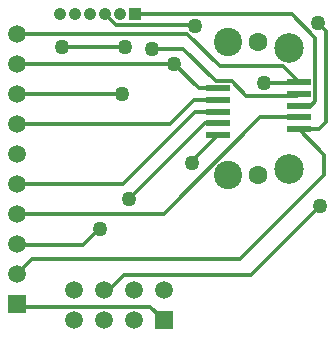
<source format=gtl>
%FSLAX25Y25*%
%MOIN*%
G70*
G01*
G75*
G04 Layer_Physical_Order=1*
G04 Layer_Color=255*
%ADD10R,0.07874X0.01969*%
%ADD11C,0.01200*%
%ADD12C,0.04200*%
%ADD13R,0.04200X0.04200*%
%ADD14R,0.05906X0.05906*%
%ADD15C,0.05906*%
%ADD16R,0.05906X0.05906*%
%ADD17C,0.05000*%
%ADD18C,0.06299*%
%ADD19C,0.09449*%
%ADD20C,0.09843*%
D10*
X303386Y388858D02*
D03*
Y384921D02*
D03*
Y380984D02*
D03*
Y377047D02*
D03*
X303386Y373110D02*
D03*
X276614Y386890D02*
D03*
Y382953D02*
D03*
Y379016D02*
D03*
Y375079D02*
D03*
Y371142D02*
D03*
D11*
X254000Y314000D02*
X258500Y309500D01*
X210500Y314000D02*
X254000D01*
X209500Y315000D02*
X210500Y314000D01*
X287500Y324500D02*
X310500Y347500D01*
X245195Y324500D02*
X287500D01*
X240195Y319500D02*
X245195Y324500D01*
X284000Y330000D02*
X312000Y358000D01*
X214500Y330000D02*
X284000D01*
X209500Y325000D02*
X214500Y330000D01*
X209500Y375000D02*
X260500D01*
X268453Y382953D01*
X245000Y355000D02*
X269016Y379016D01*
X209500Y355000D02*
X245000D01*
X249000Y411500D02*
X301169D01*
X209500Y395000D02*
X262000D01*
X270110Y386890D01*
X301169Y411500D02*
X309000Y403669D01*
Y382500D02*
Y403669D01*
X307484Y380984D02*
X309000Y382500D01*
X303386Y380984D02*
X307484D01*
X244000Y410603D02*
Y411500D01*
X239000D02*
X242500Y408000D01*
X268500D01*
X269000Y407500D01*
X310000Y408500D02*
X312500Y406000D01*
Y375500D02*
Y406000D01*
X310110Y373110D02*
X312500Y375500D01*
X303386Y373110D02*
X310110D01*
X270110Y386890D02*
X276614D01*
X268453Y382953D02*
X276614D01*
X269016Y379016D02*
X276614D01*
X258659Y345000D02*
Y345030D01*
X272079Y375079D02*
X276614D01*
X209500Y335000D02*
X210000Y334500D01*
X246750Y350000D02*
X247000D01*
X272079Y375079D01*
X210000Y334500D02*
X231500D01*
X209500Y345000D02*
X258659D01*
X231500Y334500D02*
X237000Y340000D01*
X209500Y385000D02*
X244500D01*
X224500Y400500D02*
X245500D01*
X265000Y400000D02*
X275926Y389074D01*
X254500Y400000D02*
X265000D01*
X258659Y345030D02*
X290677Y377047D01*
X303386D01*
X275926Y389074D02*
X281048D01*
X285822Y384300D01*
X302765D01*
X303386Y384921D01*
X209500Y405000D02*
X266267D01*
X277113Y394154D01*
X298090D01*
X238500Y319500D02*
X240195D01*
X292000Y388500D02*
X303028D01*
X298090Y394154D02*
X303386Y388858D01*
X268000Y362000D02*
Y362527D01*
X276614Y371142D01*
X312000Y358000D02*
Y364496D01*
X303386Y373110D02*
X312000Y364496D01*
D12*
X224000Y411500D02*
D03*
X229000D02*
D03*
X234000D02*
D03*
X239000D02*
D03*
X244000D02*
D03*
D13*
X249000D02*
D03*
D14*
X209500Y315000D02*
D03*
D15*
Y325000D02*
D03*
Y345000D02*
D03*
Y355000D02*
D03*
Y365000D02*
D03*
Y375000D02*
D03*
Y385000D02*
D03*
Y395000D02*
D03*
Y405000D02*
D03*
Y335000D02*
D03*
X228500Y309500D02*
D03*
X258500Y319500D02*
D03*
X248500D02*
D03*
Y309500D02*
D03*
X238500Y319500D02*
D03*
Y309500D02*
D03*
X228500Y319500D02*
D03*
D16*
X258500Y309500D02*
D03*
D17*
X269000Y407500D02*
D03*
X310000Y408500D02*
D03*
X246750Y350000D02*
D03*
X237125Y340000D02*
D03*
X244500Y385000D02*
D03*
X224500Y400500D02*
D03*
X245500D02*
D03*
X262000Y395000D02*
D03*
X254500Y400000D02*
D03*
X310500Y347500D02*
D03*
X292000Y388500D02*
D03*
X268000Y362000D02*
D03*
D18*
X290000Y402047D02*
D03*
Y357953D02*
D03*
D19*
X279764Y357756D02*
D03*
Y402244D02*
D03*
D20*
X300236Y359724D02*
D03*
Y400276D02*
D03*
M02*

</source>
